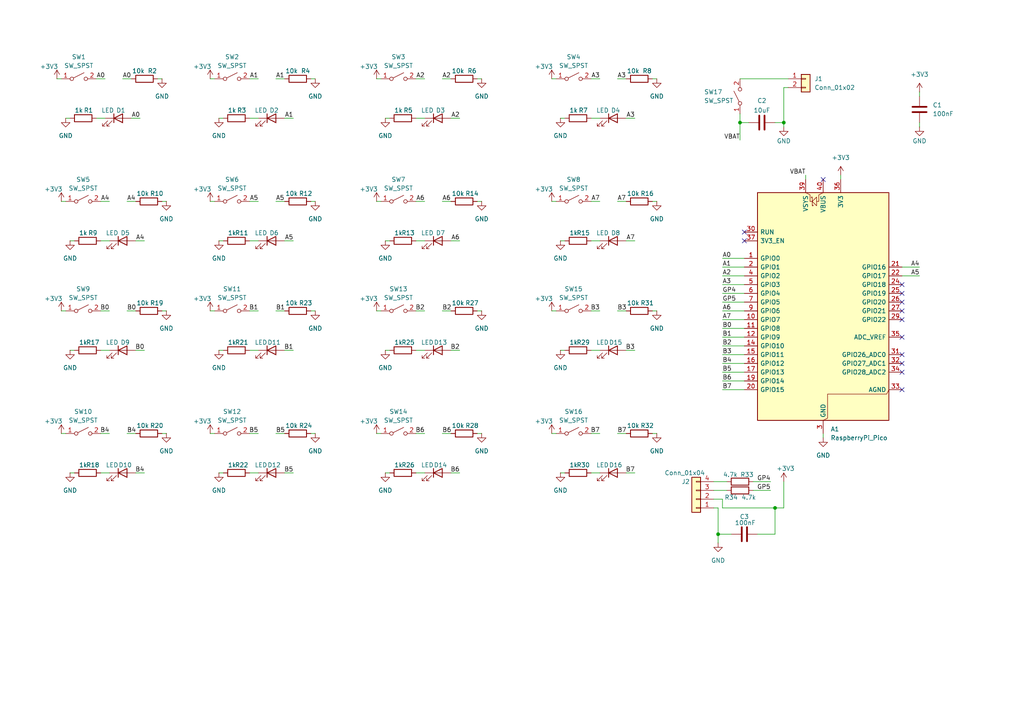
<source format=kicad_sch>
(kicad_sch (version 20250114) (generator "eeschema") (generator_version "9.0")
  (paper "A4")
  (lib_symbols
    (symbol "Connector_Generic:Conn_01x02" (pin_names (offset 1.016) (hide yes))
      (property "Reference" "J1" (at 2.54 0.0001 0))
      (property "Value" "Conn_01x02" (at 2.54 -2.5399 0))
      (symbol "Conn_01x02_1_1"
        (pin passive line (at -5.08 0 0) (length 3.81) (name "BAT+") (number "1"))
        (pin passive line (at -5.08 -2.54 0) (length 3.81) (name "BAT-") (number "2"))
      )
    )
    (symbol "Connector_Generic:Conn_01x04" (pin_names (offset 1.016) (hide yes))
      (property "Reference" "J2" (at 2.54 0.0001 0))
      (property "Value" "Conn_01x04" (at 2.54 -2.5399 0))
      (symbol "Conn_01x04_1_1"
        (pin passive line (at -5.08 2.54 0) (length 3.81) (name "GND") (number "1"))
        (pin passive line (at -5.08 0 0) (length 3.81) (name "VCC") (number "2"))
        (pin passive line (at -5.08 -2.54 0) (length 3.81) (name "SCK") (number "3"))
        (pin passive line (at -5.08 -5.08 0) (length 3.81) (name "SDA") (number "4"))
      )
    )
    (symbol "Device:C" (pin_numbers (hide yes)) (pin_names (offset 0.254))
      (property "Reference" "C" (at 0.635 2.54 0))
      (property "Value" "C" (at 0.635 -2.54 0))
      (symbol "C_1_1"
        (pin passive line (at 0 3.81 270) (length 2.794) (name "~") (number "1"))
        (pin passive line (at 0 -3.81 90) (length 2.794) (name "~") (number "2"))
      )
    )
    (symbol "Device:LED" (pin_numbers (hide yes)) (pin_names (offset 1.016) (hide yes))
      (property "Reference" "D" (at 0 2.54 0))
      (property "Value" "LED" (at 0 -2.54 0))
      (symbol "LED_1_1"
        (pin passive line (at -3.81 0 0) (length 2.54) (name "K") (number "1"))
        (pin passive line (at 3.81 0 180) (length 2.54) (name "A") (number "2"))
      )
    )
    (symbol "Device:R" (pin_numbers (hide yes)) (pin_names (offset 0))
      (property "Reference" "R" (at 2.032 0 90))
      (property "Value" "R" (at 0 0 90))
      (symbol "R_1_1"
        (pin passive line (at 0 3.81 270) (length 1.27) (name "~") (number "1"))
        (pin passive line (at 0 -3.81 90) (length 1.27) (name "~") (number "2"))
      )
    )
    (symbol "MCU_Module:RaspberryPi_Pico" (pin_names (offset 0.762))
      (property "Reference" "A" (at -19.05 35.56 0))
      (property "Value" "RaspberryPi_Pico" (at 7.62 35.56 0))
      (symbol "RaspberryPi_Pico_1_1"
        (pin passive line (at -22.86 22.86 0) (length 3.81) (name "RUN") (number "30"))
        (pin passive line (at -22.86 20.32 0) (length 3.81) (name "3V3_EN") (number "37"))
        (pin bidirectional line (at -22.86 15.24 0) (length 3.81) (name "GPIO0") (number "1"))
        (pin bidirectional line (at -22.86 12.7 0) (length 3.81) (name "GPIO1") (number "2"))
        (pin bidirectional line (at -22.86 10.16 0) (length 3.81) (name "GPIO2") (number "4"))
        (pin bidirectional line (at -22.86 7.62 0) (length 3.81) (name "GPIO3") (number "5"))
        (pin bidirectional line (at -22.86 5.08 0) (length 3.81) (name "GPIO4") (number "6"))
        (pin bidirectional line (at -22.86 2.54 0) (length 3.81) (name "GPIO5") (number "7"))
        (pin bidirectional line (at -22.86 0 0) (length 3.81) (name "GPIO6") (number "9"))
        (pin bidirectional line (at -22.86 -2.54 0) (length 3.81) (name "GPIO7") (number "10"))
        (pin bidirectional line (at -22.86 -5.08 0) (length 3.81) (name "GPIO8") (number "11"))
        (pin bidirectional line (at -22.86 -7.62 0) (length 3.81) (name "GPIO9") (number "12"))
        (pin bidirectional line (at -22.86 -10.16 0) (length 3.81) (name "GPIO10") (number "14"))
        (pin bidirectional line (at -22.86 -12.7 0) (length 3.81) (name "GPIO11") (number "15"))
        (pin bidirectional line (at -22.86 -15.24 0) (length 3.81) (name "GPIO12") (number "16"))
        (pin bidirectional line (at -22.86 -17.78 0) (length 3.81) (name "GPIO13") (number "17"))
        (pin bidirectional line (at -22.86 -20.32 0) (length 3.81) (name "GPIO14") (number "19"))
        (pin bidirectional line (at -22.86 -22.86 0) (length 3.81) (name "GPIO15") (number "20"))
        (pin power_in line (at -5.08 38.1 270) (length 3.81) (name "VSYS") (number "39"))
        (pin power_out line (at 0 38.1 270) (length 3.81) (name "VBUS") (number "40"))
        (pin passive line (at 0 -35.56 90) (length 3.81) (hide yes) (name "GND") (number "13"))
        (pin passive line (at 0 -35.56 90) (length 3.81) (hide yes) (name "GND") (number "18"))
        (pin passive line (at 0 -35.56 90) (length 3.81) (hide yes) (name "GND") (number "23"))
        (pin passive line (at 0 -35.56 90) (length 3.81) (hide yes) (name "GND") (number "28"))
        (pin power_out line (at 0 -35.56 90) (length 3.81) (name "GND") (number "3"))
        (pin passive line (at 0 -35.56 90) (length 3.81) (hide yes) (name "GND") (number "38"))
        (pin passive line (at 0 -35.56 90) (length 3.81) (hide yes) (name "GND") (number "8"))
        (pin power_out line (at 5.08 38.1 270) (length 3.81) (name "3V3") (number "36"))
        (pin bidirectional line (at 22.86 12.7 180) (length 3.81) (name "GPIO16") (number "21"))
        (pin bidirectional line (at 22.86 10.16 180) (length 3.81) (name "GPIO17") (number "22"))
        (pin bidirectional line (at 22.86 7.62 180) (length 3.81) (name "GPIO18") (number "24"))
        (pin bidirectional line (at 22.86 5.08 180) (length 3.81) (name "GPIO19") (number "25"))
        (pin bidirectional line (at 22.86 2.54 180) (length 3.81) (name "GPIO20") (number "26"))
        (pin bidirectional line (at 22.86 0 180) (length 3.81) (name "GPIO21") (number "27"))
        (pin bidirectional line (at 22.86 -2.54 180) (length 3.81) (name "GPIO22") (number "29"))
        (pin power_in line (at 22.86 -7.62 180) (length 3.81) (name "ADC_VREF") (number "35"))
        (pin bidirectional line (at 22.86 -12.7 180) (length 3.81) (name "GPIO26_ADC0") (number "31"))
        (pin bidirectional line (at 22.86 -15.24 180) (length 3.81) (name "GPIO27_ADC1") (number "32"))
        (pin bidirectional line (at 22.86 -17.78 180) (length 3.81) (name "GPIO28_ADC2") (number "34"))
        (pin power_out line (at 22.86 -22.86 180) (length 3.81) (name "AGND") (number "33"))
      )
    )
    (symbol "Switch:SW_SPST" (pin_names (offset 0) (hide yes))
      (property "Reference" "SW" (at 0 3.175 0))
      (property "Value" "SW_SPST" (at 0 -2.54 0))
      (symbol "SW_SPST_1_1"
        (pin passive line (at -5.08 0 0) (length 2.54) (name "A") (number "1"))
        (pin passive line (at 5.08 0 180) (length 2.54) (name "B") (number "2"))
      )
    )
    (symbol "power:+3V3" (power) (pin_numbers (hide yes)) (pin_names (offset 0) (hide yes))
      (property "Value" "+3V3" (at 0 3.556 0))
      (symbol "+3V3_1_1"
        (pin power_in line (at 0 0 90) (length 0) (name "~") (number "1"))
      )
    )
    (symbol "power:GND" (power) (pin_numbers (hide yes)) (pin_names (offset 0) (hide yes))
      (property "Value" "GND" (at 0 -3.81 0))
      (symbol "GND_1_1"
        (pin power_in line (at 0 0 270) (length 0) (name "~") (number "1"))
      )
    )
  )
  (junction (at 214.63 35.56))
  (junction (at 227.33 35.56))
  (junction (at 208.28 154.94))
  (junction (at 224.79 147.32))
  (no_connect (at 215.9 69.85))
  (no_connect (at 261.62 92.71))
  (no_connect (at 261.62 82.55))
  (no_connect (at 261.62 87.63))
  (no_connect (at 261.62 107.95))
  (no_connect (at 261.62 102.87))
  (no_connect (at 215.9 67.31))
  (no_connect (at 261.62 97.79))
  (no_connect (at 261.62 113.03))
  (no_connect (at 261.62 85.09))
  (no_connect (at 238.76 52.07))
  (no_connect (at 261.62 90.17))
  (no_connect (at 261.62 105.41))
  (wire (pts (xy 130.81 101.6) (xy 133.35 101.6)))
  (wire (pts (xy 189.23 58.42) (xy 190.5 58.42)))
  (wire (pts (xy 111.76 101.6) (xy 113.03 101.6)))
  (wire (pts (xy 128.27 125.73) (xy 130.81 125.73)))
  (wire (pts (xy 171.45 101.6) (xy 173.99 101.6)))
  (wire (pts (xy 20.32 69.85) (xy 21.59 69.85)))
  (wire (pts (xy 208.28 147.32) (xy 207.01 147.32)))
  (wire (pts (xy 36.83 58.42) (xy 39.37 58.42)))
  (wire (pts (xy 209.55 82.55) (xy 215.9 82.55)))
  (wire (pts (xy 224.79 147.32) (xy 224.79 154.94)))
  (wire (pts (xy 218.44 139.7) (xy 223.52 139.7)))
  (wire (pts (xy 209.55 90.17) (xy 215.9 90.17)))
  (wire (pts (xy 63.5 101.6) (xy 64.77 101.6)))
  (wire (pts (xy 207.01 142.24) (xy 210.82 142.24)))
  (wire (pts (xy 138.43 58.42) (xy 139.7 58.42)))
  (wire (pts (xy 46.99 90.17) (xy 48.26 90.17)))
  (wire (pts (xy 209.55 77.47) (xy 215.9 77.47)))
  (wire (pts (xy 63.5 34.29) (xy 64.77 34.29)))
  (wire (pts (xy 109.22 58.42) (xy 110.49 58.42)))
  (wire (pts (xy 45.72 22.86) (xy 46.99 22.86)))
  (wire (pts (xy 217.17 35.56) (xy 214.63 35.56)))
  (wire (pts (xy 16.51 22.86) (xy 17.78 22.86)))
  (wire (pts (xy 35.56 22.86) (xy 38.1 22.86)))
  (wire (pts (xy 36.83 90.17) (xy 39.37 90.17)))
  (wire (pts (xy 72.39 22.86) (xy 74.93 22.86)))
  (wire (pts (xy 72.39 101.6) (xy 74.93 101.6)))
  (wire (pts (xy 209.55 113.03) (xy 215.9 113.03)))
  (wire (pts (xy 233.68 50.8) (xy 233.68 52.07)))
  (wire (pts (xy 90.17 22.86) (xy 91.44 22.86)))
  (wire (pts (xy 171.45 90.17) (xy 173.99 90.17)))
  (wire (pts (xy 162.56 101.6) (xy 163.83 101.6)))
  (wire (pts (xy 72.39 69.85) (xy 74.93 69.85)))
  (wire (pts (xy 138.43 22.86) (xy 139.7 22.86)))
  (wire (pts (xy 227.33 139.7) (xy 227.33 147.32)))
  (wire (pts (xy 80.01 125.73) (xy 82.55 125.73)))
  (wire (pts (xy 63.5 69.85) (xy 64.77 69.85)))
  (wire (pts (xy 120.65 125.73) (xy 123.19 125.73)))
  (wire (pts (xy 19.05 34.29) (xy 20.32 34.29)))
  (wire (pts (xy 120.65 101.6) (xy 123.19 101.6)))
  (wire (pts (xy 29.21 125.73) (xy 31.75 125.73)))
  (wire (pts (xy 160.02 125.73) (xy 161.29 125.73)))
  (wire (pts (xy 218.44 142.24) (xy 223.52 142.24)))
  (wire (pts (xy 82.55 137.16) (xy 85.09 137.16)))
  (wire (pts (xy 171.45 58.42) (xy 173.99 58.42)))
  (wire (pts (xy 60.96 90.17) (xy 62.23 90.17)))
  (wire (pts (xy 209.55 97.79) (xy 215.9 97.79)))
  (wire (pts (xy 120.65 58.42) (xy 123.19 58.42)))
  (wire (pts (xy 46.99 125.73) (xy 48.26 125.73)))
  (wire (pts (xy 181.61 137.16) (xy 184.15 137.16)))
  (wire (pts (xy 209.55 92.71) (xy 215.9 92.71)))
  (wire (pts (xy 128.27 22.86) (xy 130.81 22.86)))
  (wire (pts (xy 90.17 125.73) (xy 91.44 125.73)))
  (wire (pts (xy 209.55 100.33) (xy 215.9 100.33)))
  (wire (pts (xy 39.37 137.16) (xy 41.91 137.16)))
  (wire (pts (xy 261.62 77.47) (xy 266.7 77.47)))
  (wire (pts (xy 171.45 69.85) (xy 173.99 69.85)))
  (wire (pts (xy 243.84 50.8) (xy 243.84 52.07)))
  (wire (pts (xy 36.83 125.73) (xy 39.37 125.73)))
  (wire (pts (xy 181.61 101.6) (xy 184.15 101.6)))
  (wire (pts (xy 207.01 139.7) (xy 210.82 139.7)))
  (wire (pts (xy 209.55 147.32) (xy 209.55 144.78)))
  (wire (pts (xy 181.61 34.29) (xy 184.15 34.29)))
  (wire (pts (xy 29.21 58.42) (xy 31.75 58.42)))
  (wire (pts (xy 120.65 34.29) (xy 123.19 34.29)))
  (wire (pts (xy 160.02 58.42) (xy 161.29 58.42)))
  (wire (pts (xy 63.5 137.16) (xy 64.77 137.16)))
  (wire (pts (xy 82.55 34.29) (xy 85.09 34.29)))
  (wire (pts (xy 214.63 33.02) (xy 214.63 35.56)))
  (wire (pts (xy 130.81 34.29) (xy 133.35 34.29)))
  (wire (pts (xy 72.39 58.42) (xy 74.93 58.42)))
  (wire (pts (xy 209.55 110.49) (xy 215.9 110.49)))
  (wire (pts (xy 266.7 26.67) (xy 266.7 27.94)))
  (wire (pts (xy 17.78 90.17) (xy 19.05 90.17)))
  (wire (pts (xy 212.09 154.94) (xy 208.28 154.94)))
  (wire (pts (xy 238.76 125.73) (xy 238.76 127)))
  (wire (pts (xy 120.65 137.16) (xy 123.19 137.16)))
  (wire (pts (xy 109.22 125.73) (xy 110.49 125.73)))
  (wire (pts (xy 80.01 22.86) (xy 82.55 22.86)))
  (wire (pts (xy 27.94 34.29) (xy 30.48 34.29)))
  (wire (pts (xy 181.61 69.85) (xy 184.15 69.85)))
  (wire (pts (xy 128.27 90.17) (xy 130.81 90.17)))
  (wire (pts (xy 209.55 147.32) (xy 224.79 147.32)))
  (wire (pts (xy 189.23 90.17) (xy 190.5 90.17)))
  (wire (pts (xy 224.79 35.56) (xy 227.33 35.56)))
  (wire (pts (xy 160.02 90.17) (xy 161.29 90.17)))
  (wire (pts (xy 109.22 22.86) (xy 110.49 22.86)))
  (wire (pts (xy 29.21 90.17) (xy 31.75 90.17)))
  (wire (pts (xy 20.32 137.16) (xy 21.59 137.16)))
  (wire (pts (xy 138.43 125.73) (xy 139.7 125.73)))
  (wire (pts (xy 20.32 101.6) (xy 21.59 101.6)))
  (wire (pts (xy 80.01 58.42) (xy 82.55 58.42)))
  (wire (pts (xy 224.79 147.32) (xy 227.33 147.32)))
  (wire (pts (xy 38.1 34.29) (xy 40.64 34.29)))
  (wire (pts (xy 111.76 137.16) (xy 113.03 137.16)))
  (wire (pts (xy 171.45 125.73) (xy 173.99 125.73)))
  (wire (pts (xy 227.33 25.4) (xy 228.6 25.4)))
  (wire (pts (xy 171.45 137.16) (xy 173.99 137.16)))
  (wire (pts (xy 39.37 101.6) (xy 41.91 101.6)))
  (wire (pts (xy 209.55 95.25) (xy 215.9 95.25)))
  (wire (pts (xy 72.39 125.73) (xy 74.93 125.73)))
  (wire (pts (xy 207.01 144.78) (xy 209.55 144.78)))
  (wire (pts (xy 29.21 101.6) (xy 31.75 101.6)))
  (wire (pts (xy 72.39 90.17) (xy 74.93 90.17)))
  (wire (pts (xy 171.45 34.29) (xy 173.99 34.29)))
  (wire (pts (xy 72.39 137.16) (xy 74.93 137.16)))
  (wire (pts (xy 162.56 34.29) (xy 163.83 34.29)))
  (wire (pts (xy 179.07 125.73) (xy 181.61 125.73)))
  (wire (pts (xy 29.21 137.16) (xy 31.75 137.16)))
  (wire (pts (xy 189.23 125.73) (xy 190.5 125.73)))
  (wire (pts (xy 80.01 90.17) (xy 82.55 90.17)))
  (wire (pts (xy 39.37 69.85) (xy 41.91 69.85)))
  (wire (pts (xy 266.7 35.56) (xy 266.7 36.83)))
  (wire (pts (xy 60.96 58.42) (xy 62.23 58.42)))
  (wire (pts (xy 90.17 90.17) (xy 91.44 90.17)))
  (wire (pts (xy 130.81 137.16) (xy 133.35 137.16)))
  (wire (pts (xy 227.33 36.83) (xy 227.33 35.56)))
  (wire (pts (xy 109.22 90.17) (xy 110.49 90.17)))
  (wire (pts (xy 17.78 125.73) (xy 19.05 125.73)))
  (wire (pts (xy 160.02 22.86) (xy 161.29 22.86)))
  (wire (pts (xy 209.55 74.93) (xy 215.9 74.93)))
  (wire (pts (xy 46.99 58.42) (xy 48.26 58.42)))
  (wire (pts (xy 120.65 90.17) (xy 123.19 90.17)))
  (wire (pts (xy 60.96 125.73) (xy 62.23 125.73)))
  (wire (pts (xy 17.78 58.42) (xy 19.05 58.42)))
  (wire (pts (xy 179.07 22.86) (xy 181.61 22.86)))
  (wire (pts (xy 179.07 90.17) (xy 181.61 90.17)))
  (wire (pts (xy 111.76 69.85) (xy 113.03 69.85)))
  (wire (pts (xy 82.55 101.6) (xy 85.09 101.6)))
  (wire (pts (xy 60.96 22.86) (xy 62.23 22.86)))
  (wire (pts (xy 261.62 80.01) (xy 266.7 80.01)))
  (wire (pts (xy 138.43 90.17) (xy 139.7 90.17)))
  (wire (pts (xy 29.21 69.85) (xy 31.75 69.85)))
  (wire (pts (xy 208.28 154.94) (xy 208.28 157.48)))
  (wire (pts (xy 130.81 69.85) (xy 133.35 69.85)))
  (wire (pts (xy 72.39 34.29) (xy 74.93 34.29)))
  (wire (pts (xy 120.65 69.85) (xy 123.19 69.85)))
  (wire (pts (xy 128.27 58.42) (xy 130.81 58.42)))
  (wire (pts (xy 209.55 102.87) (xy 215.9 102.87)))
  (wire (pts (xy 162.56 69.85) (xy 163.83 69.85)))
  (wire (pts (xy 120.65 22.86) (xy 123.19 22.86)))
  (wire (pts (xy 189.23 22.86) (xy 190.5 22.86)))
  (wire (pts (xy 209.55 85.09) (xy 215.9 85.09)))
  (wire (pts (xy 209.55 80.01) (xy 215.9 80.01)))
  (wire (pts (xy 208.28 147.32) (xy 208.28 154.94)))
  (wire (pts (xy 27.94 22.86) (xy 30.48 22.86)))
  (wire (pts (xy 162.56 137.16) (xy 163.83 137.16)))
  (wire (pts (xy 214.63 35.56) (xy 214.63 40.64)))
  (wire (pts (xy 171.45 22.86) (xy 173.99 22.86)))
  (wire (pts (xy 179.07 58.42) (xy 181.61 58.42)))
  (wire (pts (xy 209.55 87.63) (xy 215.9 87.63)))
  (wire (pts (xy 82.55 69.85) (xy 85.09 69.85)))
  (wire (pts (xy 90.17 58.42) (xy 91.44 58.42)))
  (wire (pts (xy 224.79 154.94) (xy 219.71 154.94)))
  (wire (pts (xy 209.55 105.41) (xy 215.9 105.41)))
  (wire (pts (xy 227.33 35.56) (xy 227.33 25.4)))
  (wire (pts (xy 214.63 22.86) (xy 228.6 22.86)))
  (wire (pts (xy 209.55 107.95) (xy 215.9 107.95)))
  (wire (pts (xy 111.76 34.29) (xy 113.03 34.29)))
  (label "A6" (at 209.55 90.17 0))
  (label "A3" (at 179.07 22.86 0))
  (label "B5" (at 80.01 125.73 0))
  (label "A3" (at 209.55 82.55 0))
  (label "VBAT" (at 233.68 50.8 180))
  (label "B5" (at 74.93 125.73 180))
  (label "B5" (at 85.09 137.16 180))
  (label "B4" (at 31.75 125.73 180))
  (label "A3" (at 173.99 22.86 180))
  (label "B1" (at 80.01 90.17 0))
  (label "GP4" (at 209.55 85.09 0))
  (label "B2" (at 128.27 90.17 0))
  (label "B0" (at 209.55 95.25 0))
  (label "A7" (at 179.07 58.42 0))
  (label "A5" (at 266.7 80.01 180))
  (label "A7" (at 209.55 92.71 0))
  (label "A7" (at 184.15 69.85 180))
  (label "B1" (at 74.93 90.17 180))
  (label "B5" (at 209.55 107.95 0))
  (label "A2" (at 123.19 22.86 180))
  (label "B3" (at 209.55 102.87 0))
  (label "A6" (at 123.19 58.42 180))
  (label "B7" (at 173.99 125.73 180))
  (label "A4" (at 41.91 69.85 180))
  (label "A6" (at 133.35 69.85 180))
  (label "A0" (at 40.64 34.29 180))
  (label "B1" (at 209.55 97.79 0))
  (label "B6" (at 123.19 125.73 180))
  (label "A5" (at 74.93 58.42 180))
  (label "B7" (at 184.15 137.16 180))
  (label "B6" (at 133.35 137.16 180))
  (label "B4" (at 36.83 125.73 0))
  (label "B4" (at 209.55 105.41 0))
  (label "A4" (at 266.7 77.47 180))
  (label "B3" (at 173.99 90.17 180))
  (label "A0" (at 209.55 74.93 0))
  (label "A7" (at 173.99 58.42 180))
  (label "A4" (at 36.83 58.42 0))
  (label "B6" (at 128.27 125.73 0))
  (label "A5" (at 85.09 69.85 180))
  (label "A1" (at 209.55 77.47 0))
  (label "A0" (at 35.56 22.86 0))
  (label "A4" (at 31.75 58.42 180))
  (label "A1" (at 74.93 22.86 180))
  (label "B7" (at 209.55 113.03 0))
  (label "B0" (at 41.91 101.6 180))
  (label "A5" (at 80.01 58.42 0))
  (label "A1" (at 85.09 34.29 180))
  (label "B4" (at 41.91 137.16 180))
  (label "GP5" (at 223.52 142.24 180))
  (label "B3" (at 179.07 90.17 0))
  (label "GP5" (at 209.55 87.63 0))
  (label "VBAT" (at 214.63 40.64 180))
  (label "B0" (at 36.83 90.17 0))
  (label "B2" (at 209.55 100.33 0))
  (label "A2" (at 209.55 80.01 0))
  (label "A2" (at 133.35 34.29 180))
  (label "GP4" (at 223.52 139.7 180))
  (label "B3" (at 184.15 101.6 180))
  (label "A2" (at 128.27 22.86 0))
  (label "A0" (at 30.48 22.86 180))
  (label "B1" (at 85.09 101.6 180))
  (label "A1" (at 80.01 22.86 0))
  (label "B7" (at 179.07 125.73 0))
  (label "B0" (at 31.75 90.17 180))
  (label "B2" (at 123.19 90.17 180))
  (label "B2" (at 133.35 101.6 180))
  (label "A3" (at 184.15 34.29 180))
  (label "A6" (at 128.27 58.42 0))
  (label "B6" (at 209.55 110.49 0))
  (symbol (lib_id "power:GND") (at 139.7 58.42 0) (unit 1)
    (property "Reference" "#PWR028" (effects (hide yes)))
    (property "Value" "GND" (at 139.7 63.5 0))
    (property "Description" "Power symbol creates a global label with name \"GND\" , ground" (effects (hide yes)))
  )
  (symbol (lib_id "power:GND") (at 190.5 90.17 0) (unit 1)
    (property "Reference" "#PWR054" (effects (hide yes)))
    (property "Value" "GND" (at 190.5 95.25 0))
    (property "Description" "Power symbol creates a global label with name \"GND\" , ground" (effects (hide yes)))
  )
  (symbol (lib_id "Device:R") (at 134.62 125.73 90) (unit 1)
    (property "Reference" "R28" (at 136.906 123.444 90))
    (property "Value" "10k" (at 132.842 123.444 90))
    (property "Footprint" "Resistor_THT:R_Axial_DIN0207_L6.3mm_D2.5mm_P7.62mm_Horizontal" (effects (hide yes)))
    (property "Description" "Resistor" (effects (hide yes)))
  )
  (symbol (lib_id "power:GND") (at 20.32 69.85 0) (unit 1)
    (property "Reference" "#PWR021" (effects (hide yes)))
    (property "Value" "GND" (at 20.32 74.93 0))
    (property "Description" "Power symbol creates a global label with name \"GND\" , ground" (effects (hide yes)))
  )
  (symbol (lib_id "power:GND") (at 139.7 125.73 0) (unit 1)
    (property "Reference" "#PWR049" (effects (hide yes)))
    (property "Value" "GND" (at 139.7 130.81 0))
    (property "Description" "Power symbol creates a global label with name \"GND\" , ground" (effects (hide yes)))
  )
  (symbol (lib_id "Device:R") (at 24.13 34.29 90) (unit 1)
    (property "Reference" "R1" (at 25.654 32.004 90))
    (property "Value" "1k" (at 22.86 32.004 90))
    (property "Footprint" "Resistor_THT:R_Axial_DIN0207_L6.3mm_D2.5mm_P7.62mm_Horizontal" (effects (hide yes)))
    (property "Description" "Resistor" (effects (hide yes)))
  )
  (symbol (lib_id "Device:R") (at 25.4 69.85 90) (unit 1)
    (property "Reference" "R9" (at 26.924 67.564 90))
    (property "Value" "1k" (at 24.13 67.564 90))
    (property "Footprint" "Resistor_THT:R_Axial_DIN0207_L6.3mm_D2.5mm_P7.62mm_Horizontal" (effects (hide yes)))
    (property "Description" "Resistor" (effects (hide yes)))
  )
  (symbol (lib_id "MCU_Module:RaspberryPi_Pico") (at 238.76 90.17 0) (unit 1)
    (property "Reference" "A1" (at 240.9033 124.46 0) (effects (justify left)))
    (property "Value" "RaspberryPi_Pico" (at 240.9033 127 0) (effects (justify left)))
    (property "Footprint" "Module:RaspberryPi_Pico_Common_Unspecified" (effects (hide yes)))
    (property "Datasheet" "https://datasheets.raspberrypi.com/pico/pico-datasheet.pdf" (effects (hide yes)))
    (property "Description" "Versatile and inexpensive microcontroller module powered by RP2040 dual-core Arm Cortex-M0+ processor up to 133 MHz, 264kB SRAM, 2MB QSPI flash; also supports Raspberry Pi Pico 2" (effects (hide yes)))
  )
  (symbol (lib_id "Device:LED") (at 177.8 34.29 0) (unit 1)
    (property "Reference" "D4" (at 178.562 32.004 0))
    (property "Value" "LED" (at 174.752 32.004 0))
    (property "Footprint" "Connector_PinHeader_2.54mm:PinHeader_1x02_P2.54mm_Vertical" (effects (hide yes)))
    (property "Description" "Light emitting diode" (effects (hide yes)))
    (property "Sim.Pins" "1=K 2=A" (effects (hide yes)))
  )
  (symbol (lib_id "power:GND") (at 162.56 69.85 0) (unit 1)
    (property "Reference" "#PWR030" (effects (hide yes)))
    (property "Value" "GND" (at 162.56 74.93 0))
    (property "Description" "Power symbol creates a global label with name \"GND\" , ground" (effects (hide yes)))
  )
  (symbol (lib_id "power:GND") (at 162.56 34.29 0) (unit 1)
    (property "Reference" "#PWR018" (effects (hide yes)))
    (property "Value" "GND" (at 162.56 39.37 0))
    (property "Description" "Power symbol creates a global label with name \"GND\" , ground" (effects (hide yes)))
  )
  (symbol (lib_id "power:GND") (at 227.33 36.83 0) (unit 1)
    (property "Reference" "#PWR04" (effects (hide yes)))
    (property "Value" "GND" (at 227.33 40.894 0))
    (property "Description" "Power symbol creates a global label with name \"GND\" , ground" (effects (hide yes)))
  )
  (symbol (lib_id "power:+3V3") (at 16.51 22.86 0) (unit 1)
    (property "Reference" "#PWR08" (effects (hide yes)))
    (property "Value" "+3V3" (at 14.224 19.304 0))
    (property "Description" "Power symbol creates a global label with name \"+3V3\"" (effects (hide yes)))
  )
  (symbol (lib_id "Device:R") (at 185.42 90.17 90) (unit 1)
    (property "Reference" "R31" (at 187.706 87.884 90))
    (property "Value" "10k" (at 183.642 87.884 90))
    (property "Footprint" "Resistor_THT:R_Axial_DIN0207_L6.3mm_D2.5mm_P7.62mm_Horizontal" (effects (hide yes)))
    (property "Description" "Resistor" (effects (hide yes)))
  )
  (symbol (lib_id "power:+3V3") (at 60.96 22.86 0) (unit 1)
    (property "Reference" "#PWR011" (effects (hide yes)))
    (property "Value" "+3V3" (at 58.674 19.304 0))
    (property "Description" "Power symbol creates a global label with name \"+3V3\"" (effects (hide yes)))
  )
  (symbol (lib_id "Device:LED") (at 35.56 101.6 0) (unit 1)
    (property "Reference" "D9" (at 36.322 99.314 0))
    (property "Value" "LED" (at 32.512 99.314 0))
    (property "Footprint" "Connector_PinHeader_2.54mm:PinHeader_1x02_P2.54mm_Vertical" (effects (hide yes)))
    (property "Description" "Light emitting diode" (effects (hide yes)))
    (property "Sim.Pins" "1=K 2=A" (effects (hide yes)))
  )
  (symbol (lib_id "Device:LED") (at 127 137.16 0) (unit 1)
    (property "Reference" "D14" (at 127.762 134.874 0))
    (property "Value" "LED" (at 123.952 134.874 0))
    (property "Footprint" "Connector_PinHeader_2.54mm:PinHeader_1x02_P2.54mm_Vertical" (effects (hide yes)))
    (property "Description" "Light emitting diode" (effects (hide yes)))
    (property "Sim.Pins" "1=K 2=A" (effects (hide yes)))
  )
  (symbol (lib_id "Connector_Generic:Conn_01x02") (at 233.68 22.86 0) (unit 1)
    (property "Reference" "J1" (at 236.22 22.8599 0) (effects (justify left)))
    (property "Value" "Conn_01x02" (at 236.22 25.3999 0) (effects (justify left)))
    (property "Footprint" "Connector_PinHeader_2.54mm:PinHeader_1x02_P2.54mm_Vertical" (effects (hide yes)))
    (property "Description" "Generic connector, single row, 01x02, script generated (kicad-library-utils/schlib/autogen/connector/)" (effects (hide yes)))
  )
  (symbol (lib_id "Device:C") (at 220.98 35.56 90) (unit 1)
    (property "Reference" "C2" (at 220.98 29.21 90))
    (property "Value" "10uF" (at 220.98 32.004 90))
    (property "Footprint" "Capacitor_THT:CP_Radial_D5.0mm_P2.00mm" (effects (hide yes)))
    (property "Description" "Unpolarized capacitor" (effects (hide yes)))
  )
  (symbol (lib_id "Device:R") (at 68.58 69.85 90) (unit 1)
    (property "Reference" "R11" (at 70.104 67.564 90))
    (property "Value" "1k" (at 67.31 67.564 90))
    (property "Footprint" "Resistor_THT:R_Axial_DIN0207_L6.3mm_D2.5mm_P7.62mm_Horizontal" (effects (hide yes)))
    (property "Description" "Resistor" (effects (hide yes)))
  )
  (symbol (lib_id "Device:LED") (at 78.74 34.29 0) (unit 1)
    (property "Reference" "D2" (at 79.502 32.004 0))
    (property "Value" "LED" (at 75.692 32.004 0))
    (property "Footprint" "Connector_PinHeader_2.54mm:PinHeader_1x02_P2.54mm_Vertical" (effects (hide yes)))
    (property "Description" "Light emitting diode" (effects (hide yes)))
    (property "Sim.Pins" "1=K 2=A" (effects (hide yes)))
  )
  (symbol (lib_id "Device:R") (at 86.36 125.73 90) (unit 1)
    (property "Reference" "R24" (at 88.646 123.444 90))
    (property "Value" "10k" (at 84.582 123.444 90))
    (property "Footprint" "Resistor_THT:R_Axial_DIN0207_L6.3mm_D2.5mm_P7.62mm_Horizontal" (effects (hide yes)))
    (property "Description" "Resistor" (effects (hide yes)))
  )
  (symbol (lib_id "Device:R") (at 134.62 58.42 90) (unit 1)
    (property "Reference" "R14" (at 136.906 56.134 90))
    (property "Value" "10k" (at 132.842 56.134 90))
    (property "Footprint" "Resistor_THT:R_Axial_DIN0207_L6.3mm_D2.5mm_P7.62mm_Horizontal" (effects (hide yes)))
    (property "Description" "Resistor" (effects (hide yes)))
  )
  (symbol (lib_id "power:+3V3") (at 109.22 90.17 0) (unit 1)
    (property "Reference" "#PWR044" (effects (hide yes)))
    (property "Value" "+3V3" (at 106.934 86.614 0))
    (property "Description" "Power symbol creates a global label with name \"+3V3\"" (effects (hide yes)))
  )
  (symbol (lib_id "Switch:SW_SPST") (at 166.37 90.17 0) (unit 1)
    (property "Reference" "SW15" (at 166.37 83.82 0))
    (property "Value" "SW_SPST" (at 166.37 86.36 0))
    (property "Footprint" "Connector_PinHeader_2.54mm:PinHeader_1x02_P2.54mm_Vertical" (effects (hide yes)))
    (property "Description" "Single Pole Single Throw (SPST) switch" (effects (hide yes)))
  )
  (symbol (lib_id "power:+3V3") (at 17.78 90.17 0) (unit 1)
    (property "Reference" "#PWR032" (effects (hide yes)))
    (property "Value" "+3V3" (at 15.494 86.614 0))
    (property "Description" "Power symbol creates a global label with name \"+3V3\"" (effects (hide yes)))
  )
  (symbol (lib_id "power:GND") (at 139.7 90.17 0) (unit 1)
    (property "Reference" "#PWR048" (effects (hide yes)))
    (property "Value" "GND" (at 139.7 95.25 0))
    (property "Description" "Power symbol creates a global label with name \"GND\" , ground" (effects (hide yes)))
  )
  (symbol (lib_id "Device:R") (at 86.36 58.42 90) (unit 1)
    (property "Reference" "R12" (at 88.646 56.134 90))
    (property "Value" "10k" (at 84.582 56.134 90))
    (property "Footprint" "Resistor_THT:R_Axial_DIN0207_L6.3mm_D2.5mm_P7.62mm_Horizontal" (effects (hide yes)))
    (property "Description" "Resistor" (effects (hide yes)))
  )
  (symbol (lib_id "power:+3V3") (at 17.78 58.42 0) (unit 1)
    (property "Reference" "#PWR020" (effects (hide yes)))
    (property "Value" "+3V3" (at 15.494 54.864 0))
    (property "Description" "Power symbol creates a global label with name \"+3V3\"" (effects (hide yes)))
  )
  (symbol (lib_id "Device:LED") (at 127 34.29 0) (unit 1)
    (property "Reference" "D3" (at 127.762 32.004 0))
    (property "Value" "LED" (at 123.952 32.004 0))
    (property "Footprint" "Connector_PinHeader_2.54mm:PinHeader_1x02_P2.54mm_Vertical" (effects (hide yes)))
    (property "Description" "Light emitting diode" (effects (hide yes)))
    (property "Sim.Pins" "1=K 2=A" (effects (hide yes)))
  )
  (symbol (lib_id "Device:LED") (at 177.8 137.16 0) (unit 1)
    (property "Reference" "D16" (at 178.562 134.874 0))
    (property "Value" "LED" (at 174.752 134.874 0))
    (property "Footprint" "Connector_PinHeader_2.54mm:PinHeader_1x02_P2.54mm_Vertical" (effects (hide yes)))
    (property "Description" "Light emitting diode" (effects (hide yes)))
    (property "Sim.Pins" "1=K 2=A" (effects (hide yes)))
  )
  (symbol (lib_id "Device:R") (at 86.36 22.86 90) (unit 1)
    (property "Reference" "R4" (at 88.646 20.574 90))
    (property "Value" "10k" (at 84.582 20.574 90))
    (property "Footprint" "Resistor_THT:R_Axial_DIN0207_L6.3mm_D2.5mm_P7.62mm_Horizontal" (effects (hide yes)))
    (property "Description" "Resistor" (effects (hide yes)))
  )
  (symbol (lib_id "Device:LED") (at 34.29 34.29 0) (unit 1)
    (property "Reference" "D1" (at 35.052 32.004 0))
    (property "Value" "LED" (at 31.242 32.004 0))
    (property "Footprint" "Connector_PinHeader_2.54mm:PinHeader_1x02_P2.54mm_Vertical" (effects (hide yes)))
    (property "Description" "Light emitting diode" (effects (hide yes)))
    (property "Sim.Pins" "1=K 2=A" (effects (hide yes)))
  )
  (symbol (lib_id "power:+3V3") (at 109.22 125.73 0) (unit 1)
    (property "Reference" "#PWR045" (effects (hide yes)))
    (property "Value" "+3V3" (at 106.934 122.174 0))
    (property "Description" "Power symbol creates a global label with name \"+3V3\"" (effects (hide yes)))
  )
  (symbol (lib_id "power:GND") (at 20.32 137.16 0) (unit 1)
    (property "Reference" "#PWR035" (effects (hide yes)))
    (property "Value" "GND" (at 20.32 142.24 0))
    (property "Description" "Power symbol creates a global label with name \"GND\" , ground" (effects (hide yes)))
  )
  (symbol (lib_id "Device:R") (at 43.18 125.73 90) (unit 1)
    (property "Reference" "R20" (at 45.466 123.444 90))
    (property "Value" "10k" (at 41.402 123.444 90))
    (property "Footprint" "Resistor_THT:R_Axial_DIN0207_L6.3mm_D2.5mm_P7.62mm_Horizontal" (effects (hide yes)))
    (property "Description" "Resistor" (effects (hide yes)))
  )
  (symbol (lib_id "Switch:SW_SPST") (at 24.13 125.73 0) (unit 1)
    (property "Reference" "SW10" (at 24.13 119.38 0))
    (property "Value" "SW_SPST" (at 24.13 121.92 0))
    (property "Footprint" "Connector_PinHeader_2.54mm:PinHeader_1x02_P2.54mm_Vertical" (effects (hide yes)))
    (property "Description" "Single Pole Single Throw (SPST) switch" (effects (hide yes)))
  )
  (symbol (lib_id "Connector_Generic:Conn_01x04") (at 201.93 144.78 180) (unit 1)
    (property "Reference" "J2" (at 198.882 139.7 0))
    (property "Value" "Conn_01x04" (at 198.628 137.16 0))
    (property "Footprint" "Connector_PinHeader_2.54mm:PinHeader_1x04_P2.54mm_Vertical" (effects (hide yes)))
    (property "Description" "Generic connector, single row, 01x04, script generated (kicad-library-utils/schlib/autogen/connector/)" (effects (hide yes)))
  )
  (symbol (lib_id "Device:R") (at 25.4 137.16 90) (unit 1)
    (property "Reference" "R18" (at 26.924 134.874 90))
    (property "Value" "1k" (at 24.13 134.874 90))
    (property "Footprint" "Resistor_THT:R_Axial_DIN0207_L6.3mm_D2.5mm_P7.62mm_Horizontal" (effects (hide yes)))
    (property "Description" "Resistor" (effects (hide yes)))
  )
  (symbol (lib_id "Switch:SW_SPST") (at 67.31 58.42 0) (unit 1)
    (property "Reference" "SW6" (at 67.31 52.07 0))
    (property "Value" "SW_SPST" (at 67.31 54.61 0))
    (property "Footprint" "Connector_PinHeader_2.54mm:PinHeader_1x02_P2.54mm_Vertical" (effects (hide yes)))
    (property "Description" "Single Pole Single Throw (SPST) switch" (effects (hide yes)))
  )
  (symbol (lib_id "Device:LED") (at 35.56 137.16 0) (unit 1)
    (property "Reference" "D10" (at 36.322 134.874 0))
    (property "Value" "LED" (at 32.512 134.874 0))
    (property "Footprint" "Connector_PinHeader_2.54mm:PinHeader_1x02_P2.54mm_Vertical" (effects (hide yes)))
    (property "Description" "Light emitting diode" (effects (hide yes)))
    (property "Sim.Pins" "1=K 2=A" (effects (hide yes)))
  )
  (symbol (lib_id "Switch:SW_SPST") (at 22.86 22.86 0) (unit 1)
    (property "Reference" "SW1" (at 22.86 16.51 0))
    (property "Value" "SW_SPST" (at 22.86 19.05 0))
    (property "Footprint" "Connector_PinHeader_2.54mm:PinHeader_1x02_P2.54mm_Vertical" (effects (hide yes)))
    (property "Description" "Single Pole Single Throw (SPST) switch" (effects (hide yes)))
  )
  (symbol (lib_id "power:GND") (at 208.28 157.48 0) (unit 1)
    (property "Reference" "#PWR02" (effects (hide yes)))
    (property "Value" "GND" (at 208.28 162.56 0))
    (property "Description" "Power symbol creates a global label with name \"GND\" , ground" (effects (hide yes)))
  )
  (symbol (lib_id "power:+3V3") (at 109.22 22.86 0) (unit 1)
    (property "Reference" "#PWR014" (effects (hide yes)))
    (property "Value" "+3V3" (at 106.934 19.304 0))
    (property "Description" "Power symbol creates a global label with name \"+3V3\"" (effects (hide yes)))
  )
  (symbol (lib_id "power:+3V3") (at 109.22 58.42 0) (unit 1)
    (property "Reference" "#PWR026" (effects (hide yes)))
    (property "Value" "+3V3" (at 106.934 54.864 0))
    (property "Description" "Power symbol creates a global label with name \"+3V3\"" (effects (hide yes)))
  )
  (symbol (lib_id "power:+3V3") (at 160.02 58.42 0) (unit 1)
    (property "Reference" "#PWR029" (effects (hide yes)))
    (property "Value" "+3V3" (at 157.734 54.864 0))
    (property "Description" "Power symbol creates a global label with name \"+3V3\"" (effects (hide yes)))
  )
  (symbol (lib_id "Switch:SW_SPST") (at 115.57 125.73 0) (unit 1)
    (property "Reference" "SW14" (at 115.57 119.38 0))
    (property "Value" "SW_SPST" (at 115.57 121.92 0))
    (property "Footprint" "Connector_PinHeader_2.54mm:PinHeader_1x02_P2.54mm_Vertical" (effects (hide yes)))
    (property "Description" "Single Pole Single Throw (SPST) switch" (effects (hide yes)))
  )
  (symbol (lib_id "Device:R") (at 68.58 101.6 90) (unit 1)
    (property "Reference" "R21" (at 70.104 99.314 90))
    (property "Value" "1k" (at 67.31 99.314 90))
    (property "Footprint" "Resistor_THT:R_Axial_DIN0207_L6.3mm_D2.5mm_P7.62mm_Horizontal" (effects (hide yes)))
    (property "Description" "Resistor" (effects (hide yes)))
  )
  (symbol (lib_id "Switch:SW_SPST") (at 214.63 27.94 90) (unit 1)
    (property "Reference" "SW17" (at 204.216 26.67 90) (effects (justify right)))
    (property "Value" "SW_SPST" (at 204.216 29.21 90) (effects (justify right)))
    (property "Footprint" "Connector_PinHeader_2.54mm:PinHeader_1x02_P2.54mm_Vertical" (effects (hide yes)))
    (property "Description" "Single Pole Single Throw (SPST) switch" (effects (hide yes)))
  )
  (symbol (lib_id "power:GND") (at 111.76 34.29 0) (unit 1)
    (property "Reference" "#PWR015" (effects (hide yes)))
    (property "Value" "GND" (at 111.76 39.37 0))
    (property "Description" "Power symbol creates a global label with name \"GND\" , ground" (effects (hide yes)))
  )
  (symbol (lib_id "power:+3V3") (at 17.78 125.73 0) (unit 1)
    (property "Reference" "#PWR033" (effects (hide yes)))
    (property "Value" "+3V3" (at 15.494 122.174 0))
    (property "Description" "Power symbol creates a global label with name \"+3V3\"" (effects (hide yes)))
  )
  (symbol (lib_id "power:+3V3") (at 60.96 90.17 0) (unit 1)
    (property "Reference" "#PWR038" (effects (hide yes)))
    (property "Value" "+3V3" (at 58.674 86.614 0))
    (property "Description" "Power symbol creates a global label with name \"+3V3\"" (effects (hide yes)))
  )
  (symbol (lib_id "Device:R") (at 185.42 58.42 90) (unit 1)
    (property "Reference" "R16" (at 187.706 56.134 90))
    (property "Value" "10k" (at 183.642 56.134 90))
    (property "Footprint" "Resistor_THT:R_Axial_DIN0207_L6.3mm_D2.5mm_P7.62mm_Horizontal" (effects (hide yes)))
    (property "Description" "Resistor" (effects (hide yes)))
  )
  (symbol (lib_id "Switch:SW_SPST") (at 115.57 22.86 0) (unit 1)
    (property "Reference" "SW3" (at 115.57 16.51 0))
    (property "Value" "SW_SPST" (at 115.57 19.05 0))
    (property "Footprint" "Connector_PinHeader_2.54mm:PinHeader_1x02_P2.54mm_Vertical" (effects (hide yes)))
    (property "Description" "Single Pole Single Throw (SPST) switch" (effects (hide yes)))
  )
  (symbol (lib_id "Device:LED") (at 35.56 69.85 0) (unit 1)
    (property "Reference" "D5" (at 36.322 67.564 0))
    (property "Value" "LED" (at 32.512 67.564 0))
    (property "Footprint" "Connector_PinHeader_2.54mm:PinHeader_1x02_P2.54mm_Vertical" (effects (hide yes)))
    (property "Description" "Light emitting diode" (effects (hide yes)))
    (property "Sim.Pins" "1=K 2=A" (effects (hide yes)))
  )
  (symbol (lib_id "Switch:SW_SPST") (at 115.57 90.17 0) (unit 1)
    (property "Reference" "SW13" (at 115.57 83.82 0))
    (property "Value" "SW_SPST" (at 115.57 86.36 0))
    (property "Footprint" "Connector_PinHeader_2.54mm:PinHeader_1x02_P2.54mm_Vertical" (effects (hide yes)))
    (property "Description" "Single Pole Single Throw (SPST) switch" (effects (hide yes)))
  )
  (symbol (lib_id "Device:R") (at 185.42 22.86 90) (unit 1)
    (property "Reference" "R8" (at 187.706 20.574 90))
    (property "Value" "10k" (at 183.642 20.574 90))
    (property "Footprint" "Resistor_THT:R_Axial_DIN0207_L6.3mm_D2.5mm_P7.62mm_Horizontal" (effects (hide yes)))
    (property "Description" "Resistor" (effects (hide yes)))
  )
  (symbol (lib_id "power:GND") (at 190.5 58.42 0) (unit 1)
    (property "Reference" "#PWR031" (effects (hide yes)))
    (property "Value" "GND" (at 190.5 63.5 0))
    (property "Description" "Power symbol creates a global label with name \"GND\" , ground" (effects (hide yes)))
  )
  (symbol (lib_id "Device:R") (at 167.64 101.6 90) (unit 1)
    (property "Reference" "R29" (at 169.164 99.314 90))
    (property "Value" "1k" (at 166.37 99.314 90))
    (property "Footprint" "Resistor_THT:R_Axial_DIN0207_L6.3mm_D2.5mm_P7.62mm_Horizontal" (effects (hide yes)))
    (property "Description" "Resistor" (effects (hide yes)))
  )
  (symbol (lib_id "power:GND") (at 91.44 125.73 0) (unit 1)
    (property "Reference" "#PWR043" (effects (hide yes)))
    (property "Value" "GND" (at 91.44 130.81 0))
    (property "Description" "Power symbol creates a global label with name \"GND\" , ground" (effects (hide yes)))
  )
  (symbol (lib_id "power:GND") (at 190.5 22.86 0) (unit 1)
    (property "Reference" "#PWR019" (effects (hide yes)))
    (property "Value" "GND" (at 190.5 27.94 0))
    (property "Description" "Power symbol creates a global label with name \"GND\" , ground" (effects (hide yes)))
  )
  (symbol (lib_id "power:GND") (at 162.56 101.6 0) (unit 1)
    (property "Reference" "#PWR052" (effects (hide yes)))
    (property "Value" "GND" (at 162.56 106.68 0))
    (property "Description" "Power symbol creates a global label with name \"GND\" , ground" (effects (hide yes)))
  )
  (symbol (lib_id "Device:LED") (at 127 69.85 0) (unit 1)
    (property "Reference" "D7" (at 127.762 67.564 0))
    (property "Value" "LED" (at 123.952 67.564 0))
    (property "Footprint" "Connector_PinHeader_2.54mm:PinHeader_1x02_P2.54mm_Vertical" (effects (hide yes)))
    (property "Description" "Light emitting diode" (effects (hide yes)))
    (property "Sim.Pins" "1=K 2=A" (effects (hide yes)))
  )
  (symbol (lib_id "power:+3V3") (at 160.02 22.86 0) (unit 1)
    (property "Reference" "#PWR017" (effects (hide yes)))
    (property "Value" "+3V3" (at 157.734 19.304 0))
    (property "Description" "Power symbol creates a global label with name \"+3V3\"" (effects (hide yes)))
  )
  (symbol (lib_id "Switch:SW_SPST") (at 67.31 125.73 0) (unit 1)
    (property "Reference" "SW12" (at 67.31 119.38 0))
    (property "Value" "SW_SPST" (at 67.31 121.92 0))
    (property "Footprint" "Connector_PinHeader_2.54mm:PinHeader_1x02_P2.54mm_Vertical" (effects (hide yes)))
    (property "Description" "Single Pole Single Throw (SPST) switch" (effects (hide yes)))
  )
  (symbol (lib_id "power:GND") (at 111.76 137.16 0) (unit 1)
    (property "Reference" "#PWR047" (effects (hide yes)))
    (property "Value" "GND" (at 111.76 142.24 0))
    (property "Description" "Power symbol creates a global label with name \"GND\" , ground" (effects (hide yes)))
  )
  (symbol (lib_id "power:+3V3") (at 60.96 125.73 0) (unit 1)
    (property "Reference" "#PWR039" (effects (hide yes)))
    (property "Value" "+3V3" (at 58.674 122.174 0))
    (property "Description" "Power symbol creates a global label with name \"+3V3\"" (effects (hide yes)))
  )
  (symbol (lib_id "Device:R") (at 134.62 90.17 90) (unit 1)
    (property "Reference" "R27" (at 136.906 87.884 90))
    (property "Value" "10k" (at 132.842 87.884 90))
    (property "Footprint" "Resistor_THT:R_Axial_DIN0207_L6.3mm_D2.5mm_P7.62mm_Horizontal" (effects (hide yes)))
    (property "Description" "Resistor" (effects (hide yes)))
  )
  (symbol (lib_id "Device:R") (at 86.36 90.17 90) (unit 1)
    (property "Reference" "R23" (at 88.646 87.884 90))
    (property "Value" "10k" (at 84.582 87.884 90))
    (property "Footprint" "Resistor_THT:R_Axial_DIN0207_L6.3mm_D2.5mm_P7.62mm_Horizontal" (effects (hide yes)))
    (property "Description" "Resistor" (effects (hide yes)))
  )
  (symbol (lib_id "Device:R") (at 214.63 139.7 90) (unit 1)
    (property "Reference" "R33" (at 216.662 137.668 90))
    (property "Value" "4.7k" (at 211.836 137.668 90))
    (property "Footprint" "Resistor_THT:R_Axial_DIN0207_L6.3mm_D2.5mm_P7.62mm_Horizontal" (effects (hide yes)))
    (property "Description" "Resistor" (effects (hide yes)))
  )
  (symbol (lib_id "power:+3V3") (at 160.02 90.17 0) (unit 1)
    (property "Reference" "#PWR050" (effects (hide yes)))
    (property "Value" "+3V3" (at 157.734 86.614 0))
    (property "Description" "Power symbol creates a global label with name \"+3V3\"" (effects (hide yes)))
  )
  (symbol (lib_id "power:GND") (at 266.7 36.83 0) (unit 1)
    (property "Reference" "#PWR07" (effects (hide yes)))
    (property "Value" "GND" (at 266.7 40.894 0))
    (property "Description" "Power symbol creates a global label with name \"GND\" , ground" (effects (hide yes)))
  )
  (symbol (lib_id "power:GND") (at 111.76 101.6 0) (unit 1)
    (property "Reference" "#PWR046" (effects (hide yes)))
    (property "Value" "GND" (at 111.76 106.68 0))
    (property "Description" "Power symbol creates a global label with name \"GND\" , ground" (effects (hide yes)))
  )
  (symbol (lib_id "Device:LED") (at 78.74 101.6 0) (unit 1)
    (property "Reference" "D11" (at 79.502 99.314 0))
    (property "Value" "LED" (at 75.692 99.314 0))
    (property "Footprint" "Connector_PinHeader_2.54mm:PinHeader_1x02_P2.54mm_Vertical" (effects (hide yes)))
    (property "Description" "Light emitting diode" (effects (hide yes)))
    (property "Sim.Pins" "1=K 2=A" (effects (hide yes)))
  )
  (symbol (lib_id "Device:R") (at 185.42 125.73 90) (unit 1)
    (property "Reference" "R32" (at 187.706 123.444 90))
    (property "Value" "10k" (at 183.642 123.444 90))
    (property "Footprint" "Resistor_THT:R_Axial_DIN0207_L6.3mm_D2.5mm_P7.62mm_Horizontal" (effects (hide yes)))
    (property "Description" "Resistor" (effects (hide yes)))
  )
  (symbol (lib_id "Switch:SW_SPST") (at 166.37 58.42 0) (unit 1)
    (property "Reference" "SW8" (at 166.37 52.07 0))
    (property "Value" "SW_SPST" (at 166.37 54.61 0))
    (property "Footprint" "Connector_PinHeader_2.54mm:PinHeader_1x02_P2.54mm_Vertical" (effects (hide yes)))
    (property "Description" "Single Pole Single Throw (SPST) switch" (effects (hide yes)))
  )
  (symbol (lib_id "Switch:SW_SPST") (at 67.31 22.86 0) (unit 1)
    (property "Reference" "SW2" (at 67.31 16.51 0))
    (property "Value" "SW_SPST" (at 67.31 19.05 0))
    (property "Footprint" "Connector_PinHeader_2.54mm:PinHeader_1x02_P2.54mm_Vertical" (effects (hide yes)))
    (property "Description" "Single Pole Single Throw (SPST) switch" (effects (hide yes)))
  )
  (symbol (lib_id "power:+3V3") (at 243.84 50.8 0) (unit 1)
    (property "Reference" "#PWR05" (effects (hide yes)))
    (property "Value" "+3V3" (at 243.84 45.72 0))
    (property "Description" "Power symbol creates a global label with name \"+3V3\"" (effects (hide yes)))
  )
  (symbol (lib_id "Device:R") (at 43.18 58.42 90) (unit 1)
    (property "Reference" "R10" (at 45.466 56.134 90))
    (property "Value" "10k" (at 41.402 56.134 90))
    (property "Footprint" "Resistor_THT:R_Axial_DIN0207_L6.3mm_D2.5mm_P7.62mm_Horizontal" (effects (hide yes)))
    (property "Description" "Resistor" (effects (hide yes)))
  )
  (symbol (lib_id "Device:R") (at 43.18 90.17 90) (unit 1)
    (property "Reference" "R19" (at 45.466 87.884 90))
    (property "Value" "10k" (at 41.402 87.884 90))
    (property "Footprint" "Resistor_THT:R_Axial_DIN0207_L6.3mm_D2.5mm_P7.62mm_Horizontal" (effects (hide yes)))
    (property "Description" "Resistor" (effects (hide yes)))
  )
  (symbol (lib_id "power:GND") (at 111.76 69.85 0) (unit 1)
    (property "Reference" "#PWR027" (effects (hide yes)))
    (property "Value" "GND" (at 111.76 74.93 0))
    (property "Description" "Power symbol creates a global label with name \"GND\" , ground" (effects (hide yes)))
  )
  (symbol (lib_id "Device:R") (at 167.64 69.85 90) (unit 1)
    (property "Reference" "R15" (at 169.164 67.564 90))
    (property "Value" "1k" (at 166.37 67.564 90))
    (property "Footprint" "Resistor_THT:R_Axial_DIN0207_L6.3mm_D2.5mm_P7.62mm_Horizontal" (effects (hide yes)))
    (property "Description" "Resistor" (effects (hide yes)))
  )
  (symbol (lib_id "power:GND") (at 63.5 69.85 0) (unit 1)
    (property "Reference" "#PWR024" (effects (hide yes)))
    (property "Value" "GND" (at 63.5 74.93 0))
    (property "Description" "Power symbol creates a global label with name \"GND\" , ground" (effects (hide yes)))
  )
  (symbol (lib_id "power:GND") (at 48.26 125.73 0) (unit 1)
    (property "Reference" "#PWR037" (effects (hide yes)))
    (property "Value" "GND" (at 48.26 130.81 0))
    (property "Description" "Power symbol creates a global label with name \"GND\" , ground" (effects (hide yes)))
  )
  (symbol (lib_id "Device:R") (at 116.84 137.16 90) (unit 1)
    (property "Reference" "R26" (at 118.364 134.874 90))
    (property "Value" "1k" (at 115.57 134.874 90))
    (property "Footprint" "Resistor_THT:R_Axial_DIN0207_L6.3mm_D2.5mm_P7.62mm_Horizontal" (effects (hide yes)))
    (property "Description" "Resistor" (effects (hide yes)))
  )
  (symbol (lib_id "Device:R") (at 41.91 22.86 90) (unit 1)
    (property "Reference" "R2" (at 44.196 20.574 90))
    (property "Value" "10k" (at 40.132 20.574 90))
    (property "Footprint" "Resistor_THT:R_Axial_DIN0207_L6.3mm_D2.5mm_P7.62mm_Horizontal" (effects (hide yes)))
    (property "Description" "Resistor" (effects (hide yes)))
  )
  (symbol (lib_id "power:GND") (at 19.05 34.29 0) (unit 1)
    (property "Reference" "#PWR010" (effects (hide yes)))
    (property "Value" "GND" (at 19.05 39.37 0))
    (property "Description" "Power symbol creates a global label with name \"GND\" , ground" (effects (hide yes)))
  )
  (symbol (lib_id "Device:R") (at 167.64 137.16 90) (unit 1)
    (property "Reference" "R30" (at 169.164 134.874 90))
    (property "Value" "1k" (at 166.37 134.874 90))
    (property "Footprint" "Resistor_THT:R_Axial_DIN0207_L6.3mm_D2.5mm_P7.62mm_Horizontal" (effects (hide yes)))
    (property "Description" "Resistor" (effects (hide yes)))
  )
  (symbol (lib_id "power:GND") (at 139.7 22.86 0) (unit 1)
    (property "Reference" "#PWR016" (effects (hide yes)))
    (property "Value" "GND" (at 139.7 27.94 0))
    (property "Description" "Power symbol creates a global label with name \"GND\" , ground" (effects (hide yes)))
  )
  (symbol (lib_id "power:+3V3") (at 60.96 58.42 0) (unit 1)
    (property "Reference" "#PWR023" (effects (hide yes)))
    (property "Value" "+3V3" (at 58.674 54.864 0))
    (property "Description" "Power symbol creates a global label with name \"+3V3\"" (effects (hide yes)))
  )
  (symbol (lib_id "power:GND") (at 46.99 22.86 0) (unit 1)
    (property "Reference" "#PWR09" (effects (hide yes)))
    (property "Value" "GND" (at 46.99 27.94 0))
    (property "Description" "Power symbol creates a global label with name \"GND\" , ground" (effects (hide yes)))
  )
  (symbol (lib_id "power:GND") (at 48.26 90.17 0) (unit 1)
    (property "Reference" "#PWR036" (effects (hide yes)))
    (property "Value" "GND" (at 48.26 95.25 0))
    (property "Description" "Power symbol creates a global label with name \"GND\" , ground" (effects (hide yes)))
  )
  (symbol (lib_id "Switch:SW_SPST") (at 115.57 58.42 0) (unit 1)
    (property "Reference" "SW7" (at 115.57 52.07 0))
    (property "Value" "SW_SPST" (at 115.57 54.61 0))
    (property "Footprint" "Connector_PinHeader_2.54mm:PinHeader_1x02_P2.54mm_Vertical" (effects (hide yes)))
    (property "Description" "Single Pole Single Throw (SPST) switch" (effects (hide yes)))
  )
  (symbol (lib_id "power:+3V3") (at 266.7 26.67 0) (unit 1)
    (property "Reference" "#PWR06" (effects (hide yes)))
    (property "Value" "+3V3" (at 266.7 21.59 0))
    (property "Description" "Power symbol creates a global label with name \"+3V3\"" (effects (hide yes)))
  )
  (symbol (lib_id "power:GND") (at 91.44 22.86 0) (unit 1)
    (property "Reference" "#PWR013" (effects (hide yes)))
    (property "Value" "GND" (at 91.44 27.94 0))
    (property "Description" "Power symbol creates a global label with name \"GND\" , ground" (effects (hide yes)))
  )
  (symbol (lib_id "Switch:SW_SPST") (at 24.13 90.17 0) (unit 1)
    (property "Reference" "SW9" (at 24.13 83.82 0))
    (property "Value" "SW_SPST" (at 24.13 86.36 0))
    (property "Footprint" "Connector_PinHeader_2.54mm:PinHeader_1x02_P2.54mm_Vertical" (effects (hide yes)))
    (property "Description" "Single Pole Single Throw (SPST) switch" (effects (hide yes)))
  )
  (symbol (lib_id "power:GND") (at 63.5 137.16 0) (unit 1)
    (property "Reference" "#PWR041" (effects (hide yes)))
    (property "Value" "GND" (at 63.5 142.24 0))
    (property "Description" "Power symbol creates a global label with name \"GND\" , ground" (effects (hide yes)))
  )
  (symbol (lib_id "power:GND") (at 91.44 58.42 0) (unit 1)
    (property "Reference" "#PWR025" (effects (hide yes)))
    (property "Value" "GND" (at 91.44 63.5 0))
    (property "Description" "Power symbol creates a global label with name \"GND\" , ground" (effects (hide yes)))
  )
  (symbol (lib_id "Device:LED") (at 78.74 69.85 0) (unit 1)
    (property "Reference" "D6" (at 79.502 67.564 0))
    (property "Value" "LED" (at 75.692 67.564 0))
    (property "Footprint" "Connector_PinHeader_2.54mm:PinHeader_1x02_P2.54mm_Vertical" (effects (hide yes)))
    (property "Description" "Light emitting diode" (effects (hide yes)))
    (property "Sim.Pins" "1=K 2=A" (effects (hide yes)))
  )
  (symbol (lib_id "Device:LED") (at 177.8 101.6 0) (unit 1)
    (property "Reference" "D15" (at 178.562 99.314 0))
    (property "Value" "LED" (at 174.752 99.314 0))
    (property "Footprint" "Connector_PinHeader_2.54mm:PinHeader_1x02_P2.54mm_Vertical" (effects (hide yes)))
    (property "Description" "Light emitting diode" (effects (hide yes)))
    (property "Sim.Pins" "1=K 2=A" (effects (hide yes)))
  )
  (symbol (lib_id "Device:C") (at 266.7 31.75 180) (unit 1)
    (property "Reference" "C1" (at 270.51 30.4799 0) (effects (justify right)))
    (property "Value" "100nF" (at 270.51 33.0199 0) (effects (justify right)))
    (property "Footprint" "Capacitor_THT:C_Rect_L4.0mm_W2.5mm_P2.50mm" (effects (hide yes)))
    (property "Description" "Unpolarized capacitor" (effects (hide yes)))
  )
  (symbol (lib_id "power:GND") (at 20.32 101.6 0) (unit 1)
    (property "Reference" "#PWR034" (effects (hide yes)))
    (property "Value" "GND" (at 20.32 106.68 0))
    (property "Description" "Power symbol creates a global label with name \"GND\" , ground" (effects (hide yes)))
  )
  (symbol (lib_id "Device:R") (at 116.84 69.85 90) (unit 1)
    (property "Reference" "R13" (at 118.364 67.564 90))
    (property "Value" "1k" (at 115.57 67.564 90))
    (property "Footprint" "Resistor_THT:R_Axial_DIN0207_L6.3mm_D2.5mm_P7.62mm_Horizontal" (effects (hide yes)))
    (property "Description" "Resistor" (effects (hide yes)))
  )
  (symbol (lib_id "Switch:SW_SPST") (at 166.37 125.73 0) (unit 1)
    (property "Reference" "SW16" (at 166.37 119.38 0))
    (property "Value" "SW_SPST" (at 166.37 121.92 0))
    (property "Footprint" "Connector_PinHeader_2.54mm:PinHeader_1x02_P2.54mm_Vertical" (effects (hide yes)))
    (property "Description" "Single Pole Single Throw (SPST) switch" (effects (hide yes)))
  )
  (symbol (lib_id "power:GND") (at 48.26 58.42 0) (unit 1)
    (property "Reference" "#PWR022" (effects (hide yes)))
    (property "Value" "GND" (at 48.26 63.5 0))
    (property "Description" "Power symbol creates a global label with name \"GND\" , ground" (effects (hide yes)))
  )
  (symbol (lib_id "Device:R") (at 116.84 101.6 90) (unit 1)
    (property "Reference" "R25" (at 118.364 99.314 90))
    (property "Value" "1k" (at 115.57 99.314 90))
    (property "Footprint" "Resistor_THT:R_Axial_DIN0207_L6.3mm_D2.5mm_P7.62mm_Horizontal" (effects (hide yes)))
    (property "Description" "Resistor" (effects (hide yes)))
  )
  (symbol (lib_id "power:GND") (at 91.44 90.17 0) (unit 1)
    (property "Reference" "#PWR042" (effects (hide yes)))
    (property "Value" "GND" (at 91.44 95.25 0))
    (property "Description" "Power symbol creates a global label with name \"GND\" , ground" (effects (hide yes)))
  )
  (symbol (lib_id "Device:R") (at 68.58 137.16 90) (unit 1)
    (property "Reference" "R22" (at 70.104 134.874 90))
    (property "Value" "1k" (at 67.31 134.874 90))
    (property "Footprint" "Resistor_THT:R_Axial_DIN0207_L6.3mm_D2.5mm_P7.62mm_Horizontal" (effects (hide yes)))
    (property "Description" "Resistor" (effects (hide yes)))
  )
  (symbol (lib_id "power:GND") (at 63.5 101.6 0) (unit 1)
    (property "Reference" "#PWR040" (effects (hide yes)))
    (property "Value" "GND" (at 63.5 106.68 0))
    (property "Description" "Power symbol creates a global label with name \"GND\" , ground" (effects (hide yes)))
  )
  (symbol (lib_id "power:+3V3") (at 160.02 125.73 0) (unit 1)
    (property "Reference" "#PWR051" (effects (hide yes)))
    (property "Value" "+3V3" (at 157.734 122.174 0))
    (property "Description" "Power symbol creates a global label with name \"+3V3\"" (effects (hide yes)))
  )
  (symbol (lib_id "Switch:SW_SPST") (at 67.31 90.17 0) (unit 1)
    (property "Reference" "SW11" (at 67.31 83.82 0))
    (property "Value" "SW_SPST" (at 67.31 86.36 0))
    (property "Footprint" "Connector_PinHeader_2.54mm:PinHeader_1x02_P2.54mm_Vertical" (effects (hide yes)))
    (property "Description" "Single Pole Single Throw (SPST) switch" (effects (hide yes)))
  )
  (symbol (lib_id "Device:LED") (at 127 101.6 0) (unit 1)
    (property "Reference" "D13" (at 127.762 99.314 0))
    (property "Value" "LED" (at 123.952 99.314 0))
    (property "Footprint" "Connector_PinHeader_2.54mm:PinHeader_1x02_P2.54mm_Vertical" (effects (hide yes)))
    (property "Description" "Light emitting diode" (effects (hide yes)))
    (property "Sim.Pins" "1=K 2=A" (effects (hide yes)))
  )
  (symbol (lib_id "Device:R") (at 167.64 34.29 90) (unit 1)
    (property "Reference" "R7" (at 169.164 32.004 90))
    (property "Value" "1k" (at 166.37 32.004 90))
    (property "Footprint" "Resistor_THT:R_Axial_DIN0207_L6.3mm_D2.5mm_P7.62mm_Horizontal" (effects (hide yes)))
    (property "Description" "Resistor" (effects (hide yes)))
  )
  (symbol (lib_id "Device:R") (at 68.58 34.29 90) (unit 1)
    (property "Reference" "R3" (at 70.104 32.004 90))
    (property "Value" "1k" (at 67.31 32.004 90))
    (property "Footprint" "Resistor_THT:R_Axial_DIN0207_L6.3mm_D2.5mm_P7.62mm_Horizontal" (effects (hide yes)))
    (property "Description" "Resistor" (effects (hide yes)))
  )
  (symbol (lib_id "power:GND") (at 162.56 137.16 0) (unit 1)
    (property "Reference" "#PWR053" (effects (hide yes)))
    (property "Value" "GND" (at 162.56 142.24 0))
    (property "Description" "Power symbol creates a global label with name \"GND\" , ground" (effects (hide yes)))
  )
  (symbol (lib_id "Device:R") (at 25.4 101.6 90) (unit 1)
    (property "Reference" "R17" (at 26.924 99.314 90))
    (property "Value" "1k" (at 24.13 99.314 90))
    (property "Footprint" "Resistor_THT:R_Axial_DIN0207_L6.3mm_D2.5mm_P7.62mm_Horizontal" (effects (hide yes)))
    (property "Description" "Resistor" (effects (hide yes)))
  )
  (symbol (lib_id "power:GND") (at 238.76 127 0) (unit 1)
    (property "Reference" "#PWR01" (effects (hide yes)))
    (property "Value" "GND" (at 238.76 132.08 0))
    (property "Description" "Power symbol creates a global label with name \"GND\" , ground" (effects (hide yes)))
  )
  (symbol (lib_id "power:GND") (at 63.5 34.29 0) (unit 1)
    (property "Reference" "#PWR012" (effects (hide yes)))
    (property "Value" "GND" (at 63.5 39.37 0))
    (property "Description" "Power symbol creates a global label with name \"GND\" , ground" (effects (hide yes)))
  )
  (symbol (lib_id "power:GND") (at 190.5 125.73 0) (unit 1)
    (property "Reference" "#PWR055" (effects (hide yes)))
    (property "Value" "GND" (at 190.5 130.81 0))
    (property "Description" "Power symbol creates a global label with name \"GND\" , ground" (effects (hide yes)))
  )
  (symbol (lib_id "power:+3V3") (at 227.33 139.7 0) (unit 1)
    (property "Reference" "#PWR03" (effects (hide yes)))
    (property "Value" "+3V3" (at 227.838 135.89 0))
    (property "Description" "Power symbol creates a global label with name \"+3V3\"" (effects (hide yes)))
  )
  (symbol (lib_id "Switch:SW_SPST") (at 24.13 58.42 0) (unit 1)
    (property "Reference" "SW5" (at 24.13 52.07 0))
    (property "Value" "SW_SPST" (at 24.13 54.61 0))
    (property "Footprint" "Connector_PinHeader_2.54mm:PinHeader_1x02_P2.54mm_Vertical" (effects (hide yes)))
    (property "Description" "Single Pole Single Throw (SPST) switch" (effects (hide yes)))
  )
  (symbol (lib_id "Device:R") (at 134.62 22.86 90) (unit 1)
    (property "Reference" "R6" (at 136.906 20.574 90))
    (property "Value" "10k" (at 132.842 20.574 90))
    (property "Footprint" "Resistor_THT:R_Axial_DIN0207_L6.3mm_D2.5mm_P7.62mm_Horizontal" (effects (hide yes)))
    (property "Description" "Resistor" (effects (hide yes)))
  )
  (symbol (lib_id "Device:LED") (at 78.74 137.16 0) (unit 1)
    (property "Reference" "D12" (at 79.502 134.874 0))
    (property "Value" "LED" (at 75.692 134.874 0))
    (property "Footprint" "Connector_PinHeader_2.54mm:PinHeader_1x02_P2.54mm_Vertical" (effects (hide yes)))
    (property "Description" "Light emitting diode" (effects (hide yes)))
    (property "Sim.Pins" "1=K 2=A" (effects (hide yes)))
  )
  (symbol (lib_id "Device:R") (at 214.63 142.24 270) (unit 1)
    (property "Reference" "R34" (at 212.09 144.272 90))
    (property "Value" "4.7k" (at 217.17 144.272 90))
    (property "Footprint" "Resistor_THT:R_Axial_DIN0207_L6.3mm_D2.5mm_P7.62mm_Horizontal" (effects (hide yes)))
    (property "Description" "Resistor" (effects (hide yes)))
  )
  (symbol (lib_id "Device:LED") (at 177.8 69.85 0) (unit 1)
    (property "Reference" "D8" (at 178.562 67.564 0))
    (property "Value" "LED" (at 174.752 67.564 0))
    (property "Footprint" "Connector_PinHeader_2.54mm:PinHeader_1x02_P2.54mm_Vertical" (effects (hide yes)))
    (property "Description" "Light emitting diode" (effects (hide yes)))
    (property "Sim.Pins" "1=K 2=A" (effects (hide yes)))
  )
  (symbol (lib_id "Device:R") (at 116.84 34.29 90) (unit 1)
    (property "Reference" "R5" (at 118.364 32.004 90))
    (property "Value" "1k" (at 115.57 32.004 90))
    (property "Footprint" "Resistor_THT:R_Axial_DIN0207_L6.3mm_D2.5mm_P7.62mm_Horizontal" (effects (hide yes)))
    (property "Description" "Resistor" (effects (hide yes)))
  )
  (symbol (lib_id "Switch:SW_SPST") (at 166.37 22.86 0) (unit 1)
    (property "Reference" "SW4" (at 166.37 16.51 0))
    (property "Value" "SW_SPST" (at 166.37 19.05 0))
    (property "Footprint" "Connector_PinHeader_2.54mm:PinHeader_1x02_P2.54mm_Vertical" (effects (hide yes)))
    (property "Description" "Single Pole Single Throw (SPST) switch" (effects (hide yes)))
  )
  (symbol (lib_id "Device:C") (at 215.9 154.94 90) (unit 1)
    (property "Reference" "C3" (at 215.9 149.86 90))
    (property "Value" "100nF" (at 216.154 151.638 90))
    (property "Footprint" "Capacitor_THT:C_Rect_L4.0mm_W2.5mm_P2.50mm" (effects (hide yes)))
    (property "Description" "Unpolarized capacitor" (effects (hide yes)))
  )
)
</source>
